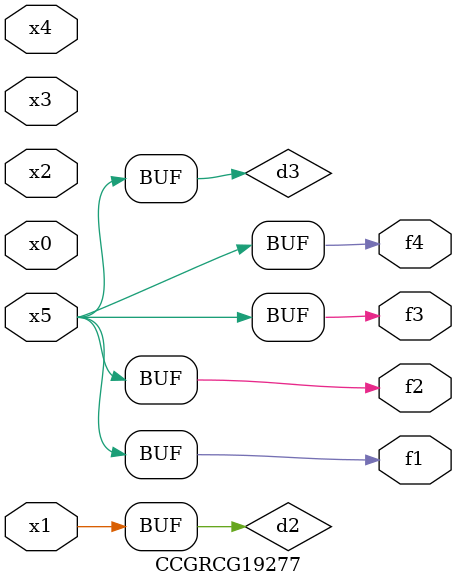
<source format=v>
module CCGRCG19277(
	input x0, x1, x2, x3, x4, x5,
	output f1, f2, f3, f4
);

	wire d1, d2, d3;

	not (d1, x5);
	or (d2, x1);
	xnor (d3, d1);
	assign f1 = d3;
	assign f2 = d3;
	assign f3 = d3;
	assign f4 = d3;
endmodule

</source>
